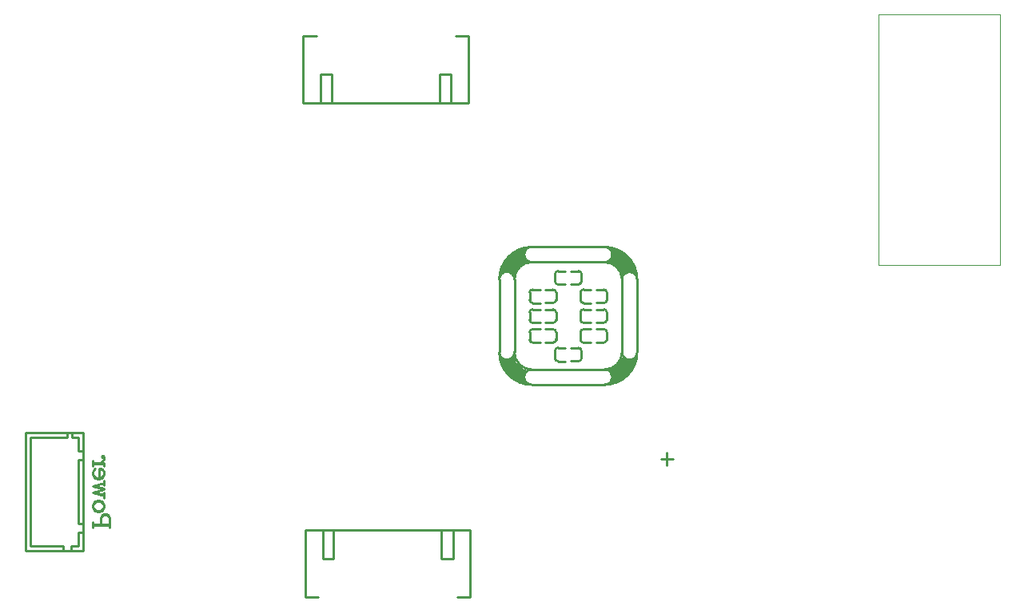
<source format=gbo>
G04*
G04 #@! TF.GenerationSoftware,Altium Limited,Altium Designer,20.1.11 (218)*
G04*
G04 Layer_Color=32896*
%FSLAX25Y25*%
%MOIN*%
G70*
G04*
G04 #@! TF.SameCoordinates,8D0FCBAB-09EC-4A3B-B863-23265075E7EF*
G04*
G04*
G04 #@! TF.FilePolarity,Positive*
G04*
G01*
G75*
%ADD10C,0.01000*%
%ADD138C,0.00197*%
G36*
X-17190Y-28318D02*
X-20189D01*
X-21500Y-27007D01*
X-22600D01*
X-25500Y-24107D01*
Y-23707D01*
X-27500Y-21707D01*
Y-20207D01*
X-28500Y-19207D01*
Y-17786D01*
X-28111Y-17397D01*
X-27003Y-18506D01*
X-24775D01*
X-24253Y-17984D01*
X-23657D01*
Y-17680D01*
X-22656Y-16679D01*
X-21800Y-17535D01*
Y-19007D01*
X-19800Y-21007D01*
X-19500D01*
X-18200Y-22307D01*
X-17594D01*
X-16831Y-23070D01*
X-17624Y-23864D01*
X-17776D01*
Y-24461D01*
X-18298Y-24983D01*
Y-27210D01*
X-16775Y-28733D01*
X-16472D01*
X-17190Y-28318D01*
D02*
G37*
G36*
X28318Y-17190D02*
Y-20189D01*
X27007Y-21500D01*
Y-22600D01*
X24107Y-25500D01*
X23707D01*
X21707Y-27500D01*
X20207D01*
X19207Y-28500D01*
X17786D01*
X17397Y-28111D01*
X18506Y-27003D01*
Y-24775D01*
X17984Y-24253D01*
Y-23657D01*
X17680D01*
X16679Y-22656D01*
X17535Y-21800D01*
X19007D01*
X21007Y-19800D01*
Y-19500D01*
X22307Y-18200D01*
Y-17594D01*
X23070Y-16831D01*
X23864Y-17624D01*
Y-17776D01*
X24461D01*
X24983Y-18298D01*
X27210D01*
X28733Y-16775D01*
Y-16472D01*
X28318Y-17190D01*
D02*
G37*
G36*
X-28111Y17190D02*
Y20189D01*
X-26800Y21500D01*
Y22600D01*
X-23900Y25500D01*
X-23500D01*
X-21500Y27500D01*
X-20000D01*
X-19000Y28500D01*
X-17579D01*
X-17190Y28111D01*
X-18298Y27003D01*
Y24775D01*
X-17776Y24253D01*
Y23657D01*
X-17473D01*
X-16472Y22656D01*
X-17327Y21800D01*
X-18800D01*
X-20800Y19800D01*
Y19500D01*
X-22100Y18200D01*
Y17594D01*
X-22863Y16831D01*
X-23657Y17624D01*
Y17776D01*
X-24253D01*
X-24775Y18298D01*
X-27003D01*
X-28526Y16775D01*
Y16472D01*
X-28111Y17190D01*
D02*
G37*
G36*
X17190Y28318D02*
X20189D01*
X21500Y27007D01*
X22600D01*
X25500Y24107D01*
Y23707D01*
X27500Y21707D01*
Y20207D01*
X28500Y19207D01*
Y17786D01*
X28111Y17397D01*
X27003Y18506D01*
X24775D01*
X24253Y17984D01*
X23657D01*
Y17680D01*
X22656Y16679D01*
X21800Y17535D01*
Y19007D01*
X19800Y21007D01*
X19500D01*
X18200Y22307D01*
X17594D01*
X16831Y23070D01*
X17624Y23864D01*
X17776D01*
Y24461D01*
X18298Y24983D01*
Y27210D01*
X16775Y28733D01*
X16472D01*
X17190Y28318D01*
D02*
G37*
D10*
X-16102Y-9963D02*
G03*
X-14882Y-11183I1220J0D01*
G01*
Y-5594D02*
G03*
X-16102Y-6814I0J-1220D01*
G01*
X-6316Y-11160D02*
G03*
X-5096Y-9940I0J1220D01*
G01*
Y-6791D02*
G03*
X-6316Y-5571I-1220J0D01*
G01*
X-16102Y-1677D02*
G03*
X-14882Y-2897I1220J0D01*
G01*
Y2692D02*
G03*
X-16102Y1473I0J-1220D01*
G01*
X-6316Y-2874D02*
G03*
X-5096Y-1654I0J1220D01*
G01*
Y1496D02*
G03*
X-6316Y2715I-1220J0D01*
G01*
X22441Y-15157D02*
G03*
X28742Y-15256I3150J-98D01*
G01*
X28740Y15244D02*
G03*
X22441Y15244I-3150J0D01*
G01*
X-15157Y-22441D02*
G03*
X-15256Y-28742I-98J-3150D01*
G01*
X-15244Y28740D02*
G03*
X-15244Y22441I0J-3150D01*
G01*
X15244Y-28740D02*
G03*
X15244Y-22441I0J3150D01*
G01*
X15157Y22441D02*
G03*
X15256Y28742I98J3150D01*
G01*
X-15157Y22441D02*
G03*
X-22441Y15157I0J-7283D01*
G01*
X-22441Y-15157D02*
G03*
X-15157Y-22441I7283J0D01*
G01*
X22441Y15157D02*
G03*
X15157Y22441I-7283J0D01*
G01*
X28740Y15256D02*
G03*
X15256Y28740I-13484J0D01*
G01*
X15157Y-22441D02*
G03*
X22441Y-15157I0J7283D01*
G01*
X15256Y-28740D02*
G03*
X28740Y-15256I0J13484D01*
G01*
X-28740D02*
G03*
X-22441Y-15256I3150J0D01*
G01*
X-22441Y15157D02*
G03*
X-28742Y15256I-3150J98D01*
G01*
X-15256Y28740D02*
G03*
X-28740Y15256I0J-13484D01*
G01*
Y-15256D02*
G03*
X-15256Y-28740I13484J0D01*
G01*
X5503Y-14550D02*
G03*
X4283Y-13330I-1220J0D01*
G01*
Y-18919D02*
G03*
X5503Y-17699I0J1220D01*
G01*
X-4283Y-13353D02*
G03*
X-5503Y-14573I0J-1220D01*
G01*
Y-17722D02*
G03*
X-4283Y-18942I1220J0D01*
G01*
X-5503Y14335D02*
G03*
X-4283Y13116I1220J0D01*
G01*
Y18705D02*
G03*
X-5503Y17485I0J-1220D01*
G01*
X4283Y13138D02*
G03*
X5503Y14358I0J1220D01*
G01*
Y17508D02*
G03*
X4283Y18728I-1220J0D01*
G01*
X-5096Y9782D02*
G03*
X-6316Y11002I-1220J0D01*
G01*
Y5412D02*
G03*
X-5096Y6632I0J1220D01*
G01*
X-14882Y10979D02*
G03*
X-16102Y9759I0J-1220D01*
G01*
Y6609D02*
G03*
X-14882Y5390I1220J0D01*
G01*
X16102Y-6791D02*
G03*
X14882Y-5571I-1220J0D01*
G01*
Y-11160D02*
G03*
X16102Y-9940I0J1220D01*
G01*
X6316Y-5594D02*
G03*
X5096Y-6814I0J-1220D01*
G01*
Y-9963D02*
G03*
X6316Y-11183I1220J0D01*
G01*
X5096Y-1677D02*
G03*
X6316Y-2897I1220J0D01*
G01*
Y2692D02*
G03*
X5096Y1473I0J-1220D01*
G01*
X14882Y-2874D02*
G03*
X16102Y-1654I0J1220D01*
G01*
Y1496D02*
G03*
X14882Y2715I-1220J0D01*
G01*
X16102Y9782D02*
G03*
X14882Y11002I-1220J0D01*
G01*
Y5412D02*
G03*
X16102Y6632I0J1220D01*
G01*
X6316Y10979D02*
G03*
X5096Y9759I0J-1220D01*
G01*
Y6609D02*
G03*
X6316Y5390I1220J0D01*
G01*
X-5096Y-9940D02*
Y-6790D01*
X-9465Y-11160D02*
X-6316D01*
X-9465Y-5571D02*
X-6316D01*
X-14882Y-11183D02*
X-11732D01*
X-16102Y-9963D02*
Y-6814D01*
X-14882Y-5594D02*
X-11732D01*
X6316D02*
X9466D01*
X5096Y-9963D02*
Y-6814D01*
X6316Y-11183D02*
X9466D01*
X11733Y-5571D02*
X14882D01*
X11733Y-11160D02*
X14882D01*
X16102Y-9940D02*
Y-6790D01*
X-14882Y2692D02*
X-11732D01*
X-16102Y-1677D02*
Y1473D01*
X-14882Y-2897D02*
X-11732D01*
X-9465Y2715D02*
X-6316D01*
X-9465Y-2874D02*
X-6316D01*
X-5096Y-1654D02*
Y1496D01*
X16102Y-1654D02*
Y1496D01*
X11733Y-2874D02*
X14882D01*
X11733Y2715D02*
X14882D01*
X6316Y-2897D02*
X9466D01*
X5096Y-1677D02*
Y1473D01*
X6316Y2692D02*
X9466D01*
X-28740Y-15256D02*
Y15256D01*
X-22441Y-15256D02*
Y15157D01*
X22441Y-15157D02*
Y15157D01*
X28740Y-15256D02*
Y15256D01*
X-15256Y-28740D02*
X15256D01*
X-15157Y-22441D02*
X15157D01*
X-15157Y22441D02*
X15157D01*
X-15256Y28740D02*
X15256D01*
X-5503Y-17722D02*
Y-14573D01*
X-4283Y-13353D02*
X-1134D01*
X-4283Y-18942D02*
X-1134D01*
X1133Y-13330D02*
X4283D01*
X5503Y-17699D02*
Y-14550D01*
X1133Y-18919D02*
X4283D01*
X5503Y14358D02*
Y17508D01*
X1134Y13138D02*
X4283D01*
X1134Y18728D02*
X4283D01*
X-4283Y13116D02*
X-1133D01*
X-5503Y14335D02*
Y17485D01*
X-4283Y18705D02*
X-1133D01*
X-14882Y10979D02*
X-11732D01*
X-16102Y6609D02*
Y9759D01*
X-14882Y5390D02*
X-11732D01*
X-9465Y11002D02*
X-6316D01*
X-9465Y5412D02*
X-6316D01*
X-5096Y6632D02*
Y9782D01*
X6316Y10979D02*
X9466D01*
X5096Y6609D02*
Y9759D01*
X6316Y5390D02*
X9466D01*
X11733Y11002D02*
X14882D01*
X11733Y5412D02*
X14882D01*
X16102Y6632D02*
Y9782D01*
X-49000Y88900D02*
Y100900D01*
X-53449D02*
X-49000D01*
X-53449Y88900D02*
Y100900D01*
X-47000Y116900D02*
X-41551D01*
Y88900D02*
Y116900D01*
X-110449D02*
X-105000D01*
X-110449Y88900D02*
Y116900D01*
Y88900D02*
X-41551D01*
X-98500D02*
Y100900D01*
X-103249D02*
X-98500D01*
X-103249Y88900D02*
Y100900D01*
X-102306Y-101500D02*
Y-89500D01*
Y-101500D02*
X-97857D01*
Y-89500D01*
X-109755Y-117500D02*
X-104306D01*
X-109755D02*
Y-89500D01*
X-46306Y-117500D02*
X-40857D01*
Y-89500D01*
X-109755D02*
X-40857D01*
X-52806Y-101500D02*
Y-89500D01*
Y-101500D02*
X-48057D01*
Y-89500D01*
X-207256Y-96137D02*
X-204126D01*
X-207258Y-98006D02*
X-207256Y-96137D01*
X-204127Y-69387D02*
Y-60113D01*
X-202356D01*
X-204125Y-56432D02*
X-202358D01*
X-204123Y-86881D02*
X-202353D01*
X-204123D02*
Y-69387D01*
X-204127Y-69558D02*
X-204123Y-69387D01*
X-204126Y-56418D02*
Y-50857D01*
X-206906D02*
X-204126D01*
X-206906D02*
Y-48888D01*
X-204126Y-90567D02*
X-202356D01*
X-204126Y-96137D02*
Y-90567D01*
X-210526Y-96137D02*
X-210525Y-97967D01*
X-224306Y-96137D02*
X-210526D01*
X-224306D02*
Y-50857D01*
X-208906D01*
Y-48888D01*
X-226273Y-98006D02*
Y-48794D01*
Y-98006D02*
X-202258D01*
X-202218Y-98006D02*
Y-48833D01*
X-226273Y-48794D02*
X-202258D01*
X41171Y-57258D02*
Y-62400D01*
X38600Y-59829D02*
X43742D01*
X-191200Y-87464D02*
X-198198D01*
X-191200Y-87130D02*
X-198198D01*
X-191200Y-88463D02*
Y-84464D01*
X-191533Y-83464D01*
X-191867Y-83131D01*
X-192533Y-82798D01*
X-193533D01*
X-194199Y-83131D01*
X-194533Y-83464D01*
X-194866Y-84464D01*
Y-87130D01*
X-191200Y-84464D02*
X-191533Y-83798D01*
X-191867Y-83464D01*
X-192533Y-83131D01*
X-193533D01*
X-194199Y-83464D01*
X-194533Y-83798D01*
X-194866Y-84464D01*
X-198198Y-88463D02*
Y-86131D01*
X-193533Y-79865D02*
X-193866Y-80865D01*
X-194533Y-81532D01*
X-195532Y-81865D01*
X-196199D01*
X-197199Y-81532D01*
X-197865Y-80865D01*
X-198198Y-79865D01*
Y-79199D01*
X-197865Y-78199D01*
X-197199Y-77532D01*
X-196199Y-77199D01*
X-195532D01*
X-194533Y-77532D01*
X-193866Y-78199D01*
X-193533Y-79199D01*
Y-79865D01*
X-193866Y-80532D01*
X-194533Y-81198D01*
X-195532Y-81532D01*
X-196199D01*
X-197199Y-81198D01*
X-197865Y-80532D01*
X-198198Y-79865D01*
Y-79199D02*
X-197865Y-78532D01*
X-197199Y-77866D01*
X-196199Y-77532D01*
X-195532D01*
X-194533Y-77866D01*
X-193866Y-78532D01*
X-193533Y-79199D01*
Y-75166D02*
X-198198Y-73833D01*
X-193533Y-74833D02*
X-197199Y-73833D01*
X-193533Y-72500D02*
X-198198Y-73833D01*
X-193533Y-72500D02*
X-198198Y-71167D01*
X-193533Y-72167D02*
X-197199Y-71167D01*
X-193533Y-69834D02*
X-198198Y-71167D01*
X-193533Y-76166D02*
Y-73833D01*
Y-70834D02*
Y-68834D01*
X-195532Y-67735D02*
Y-63735D01*
X-194866D01*
X-194199Y-64069D01*
X-193866Y-64402D01*
X-193533Y-65068D01*
Y-66068D01*
X-193866Y-67068D01*
X-194533Y-67735D01*
X-195532Y-68068D01*
X-196199D01*
X-197199Y-67735D01*
X-197865Y-67068D01*
X-198198Y-66068D01*
Y-65402D01*
X-197865Y-64402D01*
X-197199Y-63735D01*
X-195532Y-64069D02*
X-194533D01*
X-193866Y-64402D01*
X-193533Y-66068D02*
X-193866Y-66735D01*
X-194533Y-67401D01*
X-195532Y-67735D01*
X-196199D01*
X-197199Y-67401D01*
X-197865Y-66735D01*
X-198198Y-66068D01*
X-193533Y-61669D02*
X-198198D01*
X-193533Y-61336D02*
X-198198D01*
X-195532D02*
X-194533Y-61003D01*
X-193866Y-60336D01*
X-193533Y-59670D01*
Y-58670D01*
X-193866Y-58337D01*
X-194199D01*
X-194533Y-58670D01*
X-194199Y-59003D01*
X-193866Y-58670D01*
X-193533Y-62669D02*
Y-61336D01*
X-198198Y-62669D02*
Y-60336D01*
D138*
X129497Y21141D02*
X179891D01*
Y125865D01*
X129497D02*
X179891D01*
X129497Y21141D02*
Y125865D01*
M02*

</source>
